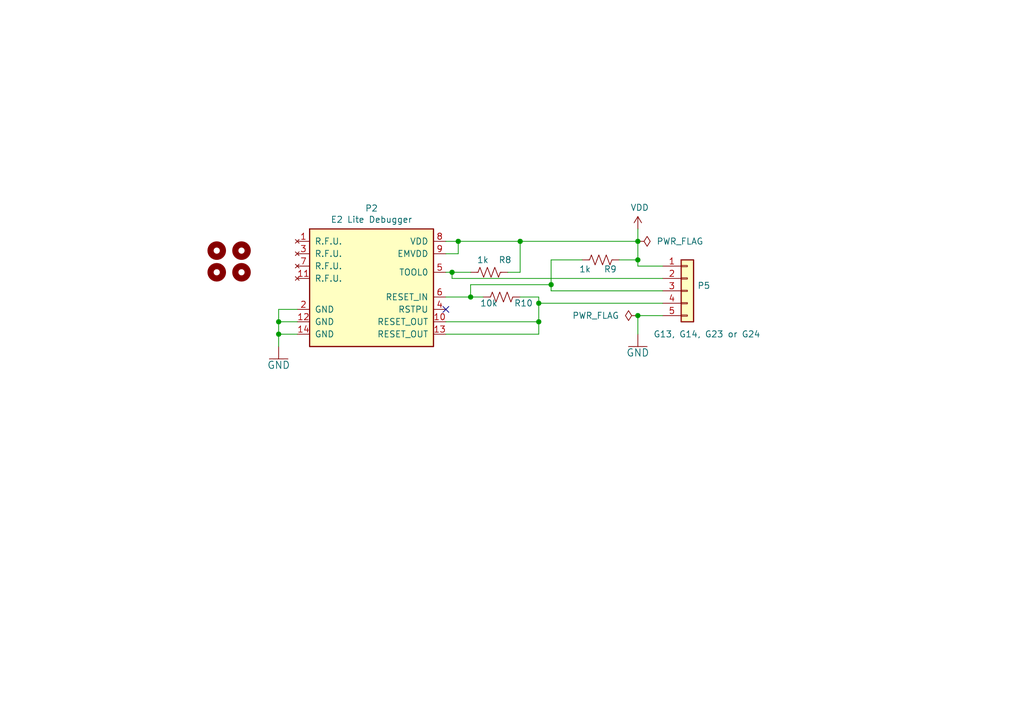
<source format=kicad_sch>
(kicad_sch (version 20231120) (generator "eeschema") (generator_version "8.0")
  (paper "A5")
  (title_block (title "RL78 Debug Adapter") (date "2025-01-14"))
  (lib_symbols
    (symbol "Connector_Generic:Conn_01x05" (pin_names (offset 1.016) hide)
      (property "Reference" "J" (at 0 7.62 0))
      (property "Value" "Conn_01x05" (at 0 -7.62 0))
      (symbol "Conn_01x05_1_1"
        (rectangle (start -1.27 -4.953) (end 0 -5.207) (stroke (width 0.1524)))
        (rectangle (start -1.27 -2.413) (end 0 -2.667) (stroke (width 0.1524)))
        (rectangle (start -1.27 0.127) (end 0 -0.127) (stroke (width 0.1524)))
        (rectangle (start -1.27 2.667) (end 0 2.413) (stroke (width 0.1524)))
        (rectangle (start -1.27 5.207) (end 0 4.953) (stroke (width 0.1524)))
        (rectangle (start -1.27 6.35) (end 1.27 -6.35) (stroke (width 0.254)) (fill (type background)))
        (pin passive line (at -5.08 5.08 0) (length 3.81) (name "Pin_1") (number "1"))
        (pin passive line (at -5.08 2.54 0) (length 3.81) (name "Pin_2") (number "2"))
        (pin passive line (at -5.08 0 0) (length 3.81) (name "Pin_3") (number "3"))
        (pin passive line (at -5.08 -2.54 0) (length 3.81) (name "Pin_4") (number "4"))
        (pin passive line (at -5.08 -5.08 0) (length 3.81) (name "Pin_5") (number "5"))
      )
    )
    (symbol "Device:R_US" (pin_numbers hide) (pin_names (offset 0))
      (property "Reference" "R" (at 2.54 0 90))
      (property "Value" "R_US" (at -2.54 0 90))
      (symbol "R_US_0_1"
        (polyline (pts (xy 0 -2.286) (xy 0 -2.54)))
        (polyline (pts (xy 0 2.286) (xy 0 2.54)))
        (polyline (pts (xy 0 -0.762) (xy 1.016 -1.143) (xy 0 -1.524) (xy -1.016 -1.905) (xy 0 -2.286)))
        (polyline (pts (xy 0 0.762) (xy 1.016 0.381) (xy 0 0) (xy -1.016 -0.381) (xy 0 -0.762)))
        (polyline (pts (xy 0 2.286) (xy 1.016 1.905) (xy 0 1.524) (xy -1.016 1.143) (xy 0 0.762)))
      )
      (symbol "R_US_1_1"
        (pin passive line (at 0 3.81 270) (length 1.27) (name "~") (number "1"))
        (pin passive line (at 0 -3.81 90) (length 1.27) (name "~") (number "2"))
      )
    )
    (symbol "Mechanical:MountingHole" (pin_names (offset 1.016)) (exclude_from_sim yes) (in_bom no)
      (property "Reference" "H" (at 0 5.08 0))
      (property "Value" "MountingHole" (at 0 3.175 0))
      (symbol "MountingHole_0_1"
        (circle (center 0 0) (radius 1.27) (stroke (width 1.27)))
      )
    )
    (symbol "catu:E2Lite" (pin_names (offset 1.016))
      (property "Reference" "P" (at 3.81 13.97 0))
      (property "Value" "E2Lite" (at -5.08 12.7 0))
      (symbol "E2Lite_0_1"
        (rectangle (start -11.43 11.43) (end 13.97 -12.7) (stroke (width 0.254)) (fill (type background)))
      )
      (symbol "E2Lite_1_1"
        (pin no_connect line (at 16.51 8.89 180) (length 2.54) (name "R.F.U.") (number "1"))
        (pin input line (at -13.97 -7.62 0) (length 2.54) (name "RESET_OUT") (number "10"))
        (pin no_connect line (at 16.51 1.27 180) (length 2.54) (name "R.F.U.") (number "11"))
        (pin power_in line (at 16.51 -7.62 180) (length 2.54) (name "GND") (number "12"))
        (pin input line (at -13.97 -10.16 0) (length 2.54) (name "RESET_OUT") (number "13"))
        (pin power_in line (at 16.51 -10.16 180) (length 2.54) (name "GND") (number "14"))
        (pin power_in line (at 16.51 -5.08 180) (length 2.54) (name "GND") (number "2"))
        (pin no_connect line (at 16.51 6.35 180) (length 2.54) (name "R.F.U.") (number "3"))
        (pin passive line (at -13.97 -5.08 0) (length 2.54) (name "RSTPU") (number "4"))
        (pin bidirectional line (at -13.97 2.54 0) (length 2.54) (name "TOOL0") (number "5"))
        (pin output line (at -13.97 -2.54 0) (length 2.54) (name "RESET_IN") (number "6"))
        (pin no_connect line (at 16.51 3.81 180) (length 2.54) (name "R.F.U.") (number "7"))
        (pin power_in line (at -13.97 8.89 0) (length 2.54) (name "VDD") (number "8"))
        (pin power_in line (at -13.97 6.35 0) (length 2.54) (name "EMVDD") (number "9"))
      )
    )
    (symbol "catu:GND" (power) (pin_names (offset 1.016))
      (property "Value" "GND" (at -2.54 -2.54 0))
      (symbol "GND_1_0"
        (polyline (pts (xy -1.905 0) (xy 1.905 0)))
        (pin power_in line (at 0 2.54 270) (length 2.54) (name "GND") (number "1"))
      )
    )
    (symbol "power:PWR_FLAG" (power) (pin_numbers hide) (pin_names (offset 0) hide)
      (property "Value" "PWR_FLAG" (at 0 3.81 0))
      (symbol "PWR_FLAG_0_0"
        (pin power_out line (at 0 0 90) (length 0) (name "~") (number "1"))
      )
      (symbol "PWR_FLAG_0_1"
        (polyline (pts (xy 0 0) (xy 0 1.27) (xy -1.016 1.905) (xy 0 2.54) (xy 1.016 1.905) (xy 0 1.27)))
      )
    )
    (symbol "power:VDD" (power) (pin_numbers hide) (pin_names (offset 0) hide)
      (property "Value" "VDD" (at 0 3.556 0))
      (symbol "VDD_0_1"
        (polyline (pts (xy -0.762 1.27) (xy 0 2.54)))
        (polyline (pts (xy 0 0) (xy 0 2.54)))
        (polyline (pts (xy 0 2.54) (xy 0.762 1.27)))
      )
      (symbol "VDD_1_1"
        (pin power_in line (at 0 0 90) (length 0) (name "~") (number "1"))
      )
    )
  )
  (junction (at 106.68 49.53))
  (junction (at 130.81 53.34))
  (junction (at 57.15 68.58))
  (junction (at 130.81 64.77))
  (junction (at 130.81 49.53))
  (junction (at 57.15 66.04))
  (junction (at 113.03 58.42))
  (junction (at 96.52 60.96))
  (junction (at 110.49 66.04))
  (junction (at 93.98 49.53))
  (junction (at 110.49 62.23))
  (junction (at 92.71 55.88))
  (no_connect (at 91.44 63.5))
  (wire (pts (xy 110.49 62.23) (xy 135.89 62.23)))
  (wire (pts (xy 130.81 64.77) (xy 135.89 64.77)))
  (wire (pts (xy 113.03 58.42) (xy 113.03 59.69)))
  (wire (pts (xy 130.81 49.53) (xy 130.81 53.34)))
  (wire (pts (xy 91.44 49.53) (xy 93.98 49.53)))
  (wire (pts (xy 92.71 57.15) (xy 135.89 57.15)))
  (wire (pts (xy 127 53.34) (xy 130.81 53.34)))
  (wire (pts (xy 110.49 66.04) (xy 110.49 68.58)))
  (wire (pts (xy 110.49 60.96) (xy 110.49 62.23)))
  (wire (pts (xy 130.81 53.34) (xy 130.81 54.61)))
  (wire (pts (xy 113.03 53.34) (xy 113.03 58.42)))
  (wire (pts (xy 92.71 55.88) (xy 92.71 57.15)))
  (wire (pts (xy 104.14 55.88) (xy 106.68 55.88)))
  (wire (pts (xy 130.81 68.58) (xy 130.81 64.77)))
  (wire (pts (xy 96.52 60.96) (xy 96.52 58.42)))
  (wire (pts (xy 57.15 63.5) (xy 57.15 66.04)))
  (wire (pts (xy 110.49 62.23) (xy 110.49 66.04)))
  (wire (pts (xy 57.15 66.04) (xy 60.96 66.04)))
  (wire (pts (xy 91.44 66.04) (xy 110.49 66.04)))
  (wire (pts (xy 93.98 49.53) (xy 93.98 52.07)))
  (wire (pts (xy 93.98 52.07) (xy 91.44 52.07)))
  (wire (pts (xy 91.44 55.88) (xy 92.71 55.88)))
  (wire (pts (xy 130.81 46.99) (xy 130.81 49.53)))
  (wire (pts (xy 57.15 66.04) (xy 57.15 68.58)))
  (wire (pts (xy 113.03 59.69) (xy 135.89 59.69)))
  (wire (pts (xy 92.71 55.88) (xy 96.52 55.88)))
  (wire (pts (xy 106.68 49.53) (xy 106.68 55.88)))
  (wire (pts (xy 93.98 49.53) (xy 106.68 49.53)))
  (wire (pts (xy 130.81 54.61) (xy 135.89 54.61)))
  (wire (pts (xy 57.15 68.58) (xy 60.96 68.58)))
  (wire (pts (xy 57.15 68.58) (xy 57.15 71.12)))
  (wire (pts (xy 110.49 60.96) (xy 106.68 60.96)))
  (wire (pts (xy 96.52 58.42) (xy 113.03 58.42)))
  (wire (pts (xy 91.44 68.58) (xy 110.49 68.58)))
  (wire (pts (xy 113.03 53.34) (xy 119.38 53.34)))
  (wire (pts (xy 91.44 60.96) (xy 96.52 60.96)))
  (wire (pts (xy 106.68 49.53) (xy 130.81 49.53)))
  (wire (pts (xy 60.96 63.5) (xy 57.15 63.5)))
  (wire (pts (xy 96.52 60.96) (xy 99.06 60.96)))
  (symbol (lib_id "Mechanical:MountingHole") (at 44.45 51.435 0) (unit 1)
    (property "Reference" "H1" (effects (hide yes)))
    (property "Value" "MountingHole" (effects (hide yes)))
    (property "Footprint" "MountingHole:MountingHole_2.7mm_M2.5_DIN965_Pad" (effects (hide yes)))
    (property "Description" "Mounting Hole without connection" (effects (hide yes)))
  )
  (symbol (lib_id "Mechanical:MountingHole") (at 49.53 51.435 0) (unit 1)
    (property "Reference" "H3" (effects (hide yes)))
    (property "Value" "MountingHole" (effects (hide yes)))
    (property "Footprint" "MountingHole:MountingHole_2.7mm_M2.5_DIN965_Pad" (effects (hide yes)))
    (property "Description" "Mounting Hole without connection" (effects (hide yes)))
  )
  (symbol (lib_id "Mechanical:MountingHole") (at 44.45 55.88 0) (unit 1)
    (property "Reference" "H2" (effects (hide yes)))
    (property "Value" "MountingHole" (effects (hide yes)))
    (property "Footprint" "MountingHole:MountingHole_2.7mm_M2.5_DIN965_Pad" (effects (hide yes)))
    (property "Description" "Mounting Hole without connection" (effects (hide yes)))
  )
  (symbol (lib_id "Mechanical:MountingHole") (at 49.53 55.88 0) (unit 1)
    (property "Reference" "H4" (effects (hide yes)))
    (property "Value" "MountingHole" (effects (hide yes)))
    (property "Footprint" "MountingHole:MountingHole_2.7mm_M2.5_DIN965_Pad" (effects (hide yes)))
    (property "Description" "Mounting Hole without connection" (effects (hide yes)))
  )
  (symbol (lib_id "catu:GND") (at 130.81 71.12 0) (unit 1)
    (property "Reference" "#GND0104" (effects (hide yes)))
    (property "Value" "GND" (at 130.81 72.39 0) (effects (font (size 1.4986 1.4986))))
  )
  (symbol (lib_id "power:VDD") (at 130.81 46.99 0) (unit 1)
    (property "Reference" "#PWR0101" (effects (hide yes)))
    (property "Value" "VDD" (at 131.191 42.5958 0))
    (property "Description" "Power symbol creates a global label with name \"VDD\"" (effects (hide yes)))
  )
  (symbol (lib_id "catu:GND") (at 57.15 73.66 0) (unit 1)
    (property "Reference" "#GND0106" (effects (hide yes)))
    (property "Value" "GND" (at 57.15 74.93 0) (effects (font (size 1.4986 1.4986))))
  )
  (symbol (lib_id "Connector_Generic:Conn_01x05") (at 140.97 59.69 0) (unit 1)
    (property "Reference" "P5" (at 143.002 58.6232 0) (effects (justify left)))
    (property "Value" "G13, G14, G23 or G24" (at 133.985 68.58 0) (effects (justify left)))
    (property "Footprint" "Connector_PinHeader_2.54mm:PinHeader_1x05_P2.54mm_Vertical" (effects (hide yes)))
    (property "Description" "Generic connector, single row, 01x05, script generated (kicad-library-utils/schlib/autogen/connector/)" (effects (hide yes)))
  )
  (symbol (lib_id "Device:R_US") (at 102.87 60.96 270) (unit 1) (in_bom no)
    (property "Reference" "R10" (at 105.41 62.23 90) (effects (justify left)))
    (property "Value" "10k" (at 98.425 62.23 90) (effects (justify left)))
    (property "Footprint" "Resistor_THT:R_Axial_DIN0414_L11.9mm_D4.5mm_P15.24mm_Horizontal" (effects (hide yes)))
    (property "Description" "Resistor, US symbol" (effects (hide yes)))
  )
  (symbol (lib_id "Device:R_US") (at 123.19 53.34 270) (unit 1)
    (property "Reference" "R9" (at 123.825 55.245 90) (effects (justify left)))
    (property "Value" "1k" (at 118.745 55.245 90) (effects (justify left)))
    (property "Footprint" "Resistor_THT:R_Axial_DIN0414_L11.9mm_D4.5mm_P15.24mm_Horizontal" (effects (hide yes)))
    (property "Description" "Resistor, US symbol" (effects (hide yes)))
  )
  (symbol (lib_id "catu:E2Lite") (at 77.47 58.42 0) (mirror y) (unit 1)
    (property "Reference" "P2" (at 76.2 42.7482 0))
    (property "Value" "E2 Lite Debugger" (at 76.2 45.0596 0))
    (property "Footprint" "Connector_IDC:IDC-Header_2x07_P2.54mm_Vertical" (effects (hide yes)))
    (property "Description" "RL78 Debugger" (effects (hide yes)))
  )
  (symbol (lib_id "Device:R_US") (at 100.33 55.88 270) (unit 1)
    (property "Reference" "R8" (at 102.235 53.34 90) (effects (justify left)))
    (property "Value" "1k" (at 97.79 53.34 90) (effects (justify left)))
    (property "Footprint" "Resistor_THT:R_Axial_DIN0414_L11.9mm_D4.5mm_P15.24mm_Horizontal" (effects (hide yes)))
    (property "Description" "Resistor, US symbol" (effects (hide yes)))
  )
  (symbol (lib_id "power:PWR_FLAG") (at 130.81 64.77 90) (unit 1)
    (property "Reference" "#FLG01" (effects (hide yes)))
    (property "Value" "PWR_FLAG" (at 127 64.7699 90) (effects (justify left)))
    (property "Description" "Special symbol for telling ERC where power comes from" (effects (hide yes)))
  )
  (symbol (lib_id "power:PWR_FLAG") (at 130.81 49.53 270) (unit 1)
    (property "Reference" "#FLG02" (effects (hide yes)))
    (property "Value" "PWR_FLAG" (at 134.62 49.5299 90) (effects (justify left)))
    (property "Description" "Special symbol for telling ERC where power comes from" (effects (hide yes)))
  )
)
</source>
